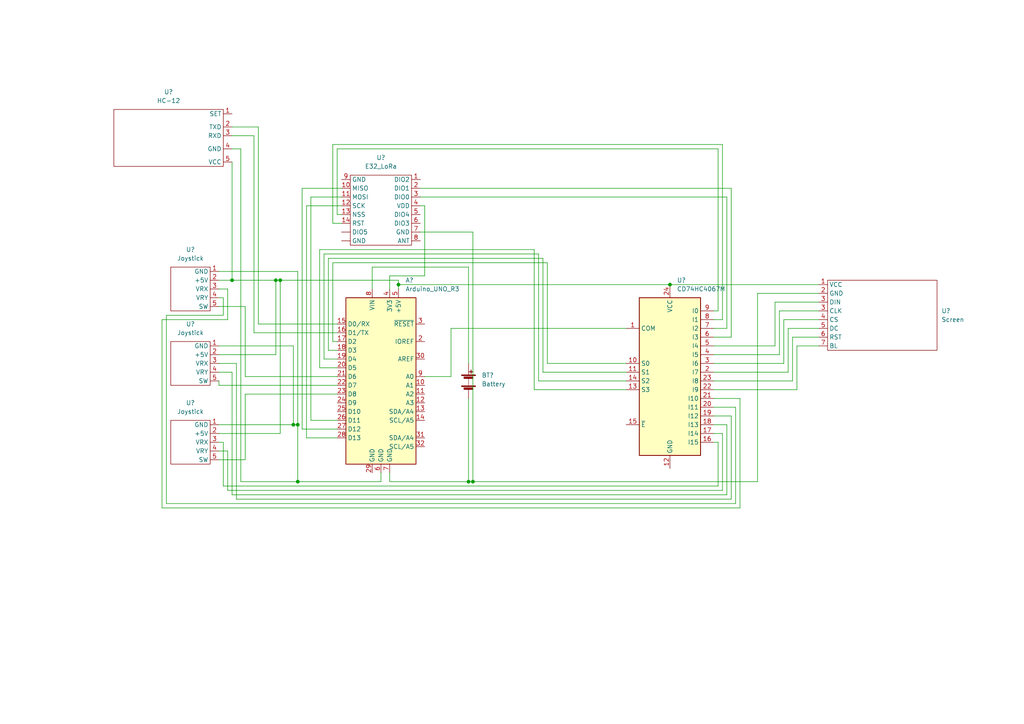
<source format=kicad_sch>
(kicad_sch (version 20211123) (generator eeschema)

  (uuid cda33494-dbec-420c-acf7-941c1375d78f)

  (paper "A4")

  (title_block
    (title "Controller")
    (date "2023-01-16")
  )

  (lib_symbols
    (symbol "74xx:CD74HC4067M" (in_bom yes) (on_board yes)
      (property "Reference" "U" (id 0) (at -8.89 22.86 0)
        (effects (font (size 1.27 1.27)) (justify left))
      )
      (property "Value" "CD74HC4067M" (id 1) (at 1.27 22.86 0)
        (effects (font (size 1.27 1.27)) (justify left))
      )
      (property "Footprint" "Package_SO:SOIC-24W_7.5x15.4mm_P1.27mm" (id 2) (at 22.86 -25.4 0)
        (effects (font (size 1.27 1.27) italic) hide)
      )
      (property "Datasheet" "http://www.ti.com/lit/ds/symlink/cd74hc4067.pdf" (id 3) (at -8.89 21.59 0)
        (effects (font (size 1.27 1.27)) hide)
      )
      (property "ki_keywords" "multiplexer demultiplexer mux demux" (id 4) (at 0 0 0)
        (effects (font (size 1.27 1.27)) hide)
      )
      (property "ki_description" "High-Speed CMOS Logic 16-Channel Analog Multiplexer/Demultiplexer, SOIC-24" (id 5) (at 0 0 0)
        (effects (font (size 1.27 1.27)) hide)
      )
      (property "ki_fp_filters" "SOIC*W*7.5x15.4mm*P1.27mm*" (id 6) (at 0 0 0)
        (effects (font (size 1.27 1.27)) hide)
      )
      (symbol "CD74HC4067M_0_1"
        (rectangle (start -8.89 21.59) (end 8.89 -24.13)
          (stroke (width 0.254) (type default) (color 0 0 0 0))
          (fill (type background))
        )
      )
      (symbol "CD74HC4067M_1_1"
        (pin passive line (at -12.7 12.7 0) (length 3.81)
          (name "COM" (effects (font (size 1.27 1.27))))
          (number "1" (effects (font (size 1.27 1.27))))
        )
        (pin input line (at -12.7 2.54 0) (length 3.81)
          (name "S0" (effects (font (size 1.27 1.27))))
          (number "10" (effects (font (size 1.27 1.27))))
        )
        (pin input line (at -12.7 0 0) (length 3.81)
          (name "S1" (effects (font (size 1.27 1.27))))
          (number "11" (effects (font (size 1.27 1.27))))
        )
        (pin power_in line (at 0 -27.94 90) (length 3.81)
          (name "GND" (effects (font (size 1.27 1.27))))
          (number "12" (effects (font (size 1.27 1.27))))
        )
        (pin input line (at -12.7 -5.08 0) (length 3.81)
          (name "S3" (effects (font (size 1.27 1.27))))
          (number "13" (effects (font (size 1.27 1.27))))
        )
        (pin input line (at -12.7 -2.54 0) (length 3.81)
          (name "S2" (effects (font (size 1.27 1.27))))
          (number "14" (effects (font (size 1.27 1.27))))
        )
        (pin input line (at -12.7 -15.24 0) (length 3.81)
          (name "~{E}" (effects (font (size 1.27 1.27))))
          (number "15" (effects (font (size 1.27 1.27))))
        )
        (pin passive line (at 12.7 -20.32 180) (length 3.81)
          (name "I15" (effects (font (size 1.27 1.27))))
          (number "16" (effects (font (size 1.27 1.27))))
        )
        (pin passive line (at 12.7 -17.78 180) (length 3.81)
          (name "I14" (effects (font (size 1.27 1.27))))
          (number "17" (effects (font (size 1.27 1.27))))
        )
        (pin passive line (at 12.7 -15.24 180) (length 3.81)
          (name "I13" (effects (font (size 1.27 1.27))))
          (number "18" (effects (font (size 1.27 1.27))))
        )
        (pin passive line (at 12.7 -12.7 180) (length 3.81)
          (name "I12" (effects (font (size 1.27 1.27))))
          (number "19" (effects (font (size 1.27 1.27))))
        )
        (pin passive line (at 12.7 0 180) (length 3.81)
          (name "I7" (effects (font (size 1.27 1.27))))
          (number "2" (effects (font (size 1.27 1.27))))
        )
        (pin passive line (at 12.7 -10.16 180) (length 3.81)
          (name "I11" (effects (font (size 1.27 1.27))))
          (number "20" (effects (font (size 1.27 1.27))))
        )
        (pin passive line (at 12.7 -7.62 180) (length 3.81)
          (name "I10" (effects (font (size 1.27 1.27))))
          (number "21" (effects (font (size 1.27 1.27))))
        )
        (pin passive line (at 12.7 -5.08 180) (length 3.81)
          (name "I9" (effects (font (size 1.27 1.27))))
          (number "22" (effects (font (size 1.27 1.27))))
        )
        (pin passive line (at 12.7 -2.54 180) (length 3.81)
          (name "I8" (effects (font (size 1.27 1.27))))
          (number "23" (effects (font (size 1.27 1.27))))
        )
        (pin power_in line (at 0 25.4 270) (length 3.81)
          (name "VCC" (effects (font (size 1.27 1.27))))
          (number "24" (effects (font (size 1.27 1.27))))
        )
        (pin passive line (at 12.7 2.54 180) (length 3.81)
          (name "I6" (effects (font (size 1.27 1.27))))
          (number "3" (effects (font (size 1.27 1.27))))
        )
        (pin passive line (at 12.7 5.08 180) (length 3.81)
          (name "I5" (effects (font (size 1.27 1.27))))
          (number "4" (effects (font (size 1.27 1.27))))
        )
        (pin passive line (at 12.7 7.62 180) (length 3.81)
          (name "I4" (effects (font (size 1.27 1.27))))
          (number "5" (effects (font (size 1.27 1.27))))
        )
        (pin passive line (at 12.7 10.16 180) (length 3.81)
          (name "I3" (effects (font (size 1.27 1.27))))
          (number "6" (effects (font (size 1.27 1.27))))
        )
        (pin passive line (at 12.7 12.7 180) (length 3.81)
          (name "I2" (effects (font (size 1.27 1.27))))
          (number "7" (effects (font (size 1.27 1.27))))
        )
        (pin passive line (at 12.7 15.24 180) (length 3.81)
          (name "I1" (effects (font (size 1.27 1.27))))
          (number "8" (effects (font (size 1.27 1.27))))
        )
        (pin passive line (at 12.7 17.78 180) (length 3.81)
          (name "I0" (effects (font (size 1.27 1.27))))
          (number "9" (effects (font (size 1.27 1.27))))
        )
      )
    )
    (symbol "Device:Battery" (pin_numbers hide) (pin_names (offset 0) hide) (in_bom yes) (on_board yes)
      (property "Reference" "BT" (id 0) (at 2.54 2.54 0)
        (effects (font (size 1.27 1.27)) (justify left))
      )
      (property "Value" "Battery" (id 1) (at 2.54 0 0)
        (effects (font (size 1.27 1.27)) (justify left))
      )
      (property "Footprint" "" (id 2) (at 0 1.524 90)
        (effects (font (size 1.27 1.27)) hide)
      )
      (property "Datasheet" "~" (id 3) (at 0 1.524 90)
        (effects (font (size 1.27 1.27)) hide)
      )
      (property "ki_keywords" "batt voltage-source cell" (id 4) (at 0 0 0)
        (effects (font (size 1.27 1.27)) hide)
      )
      (property "ki_description" "Multiple-cell battery" (id 5) (at 0 0 0)
        (effects (font (size 1.27 1.27)) hide)
      )
      (symbol "Battery_0_1"
        (rectangle (start -2.032 -1.397) (end 2.032 -1.651)
          (stroke (width 0) (type default) (color 0 0 0 0))
          (fill (type outline))
        )
        (rectangle (start -2.032 1.778) (end 2.032 1.524)
          (stroke (width 0) (type default) (color 0 0 0 0))
          (fill (type outline))
        )
        (rectangle (start -1.3208 -1.9812) (end 1.27 -2.4892)
          (stroke (width 0) (type default) (color 0 0 0 0))
          (fill (type outline))
        )
        (rectangle (start -1.3208 1.1938) (end 1.27 0.6858)
          (stroke (width 0) (type default) (color 0 0 0 0))
          (fill (type outline))
        )
        (polyline
          (pts
            (xy 0 -1.524)
            (xy 0 -1.27)
          )
          (stroke (width 0) (type default) (color 0 0 0 0))
          (fill (type none))
        )
        (polyline
          (pts
            (xy 0 -1.016)
            (xy 0 -0.762)
          )
          (stroke (width 0) (type default) (color 0 0 0 0))
          (fill (type none))
        )
        (polyline
          (pts
            (xy 0 -0.508)
            (xy 0 -0.254)
          )
          (stroke (width 0) (type default) (color 0 0 0 0))
          (fill (type none))
        )
        (polyline
          (pts
            (xy 0 0)
            (xy 0 0.254)
          )
          (stroke (width 0) (type default) (color 0 0 0 0))
          (fill (type none))
        )
        (polyline
          (pts
            (xy 0 0.508)
            (xy 0 0.762)
          )
          (stroke (width 0) (type default) (color 0 0 0 0))
          (fill (type none))
        )
        (polyline
          (pts
            (xy 0 1.778)
            (xy 0 2.54)
          )
          (stroke (width 0) (type default) (color 0 0 0 0))
          (fill (type none))
        )
        (polyline
          (pts
            (xy 0.254 2.667)
            (xy 1.27 2.667)
          )
          (stroke (width 0.254) (type default) (color 0 0 0 0))
          (fill (type none))
        )
        (polyline
          (pts
            (xy 0.762 3.175)
            (xy 0.762 2.159)
          )
          (stroke (width 0.254) (type default) (color 0 0 0 0))
          (fill (type none))
        )
      )
      (symbol "Battery_1_1"
        (pin passive line (at 0 5.08 270) (length 2.54)
          (name "+" (effects (font (size 1.27 1.27))))
          (number "1" (effects (font (size 1.27 1.27))))
        )
        (pin passive line (at 0 -5.08 90) (length 2.54)
          (name "-" (effects (font (size 1.27 1.27))))
          (number "2" (effects (font (size 1.27 1.27))))
        )
      )
    )
    (symbol "MCU_Module:Arduino_UNO_R3" (in_bom yes) (on_board yes)
      (property "Reference" "A" (id 0) (at -10.16 23.495 0)
        (effects (font (size 1.27 1.27)) (justify left bottom))
      )
      (property "Value" "Arduino_UNO_R3" (id 1) (at 5.08 -26.67 0)
        (effects (font (size 1.27 1.27)) (justify left top))
      )
      (property "Footprint" "Module:Arduino_UNO_R3" (id 2) (at 0 0 0)
        (effects (font (size 1.27 1.27) italic) hide)
      )
      (property "Datasheet" "https://www.arduino.cc/en/Main/arduinoBoardUno" (id 3) (at 0 0 0)
        (effects (font (size 1.27 1.27)) hide)
      )
      (property "ki_keywords" "Arduino UNO R3 Microcontroller Module Atmel AVR USB" (id 4) (at 0 0 0)
        (effects (font (size 1.27 1.27)) hide)
      )
      (property "ki_description" "Arduino UNO Microcontroller Module, release 3" (id 5) (at 0 0 0)
        (effects (font (size 1.27 1.27)) hide)
      )
      (property "ki_fp_filters" "Arduino*UNO*R3*" (id 6) (at 0 0 0)
        (effects (font (size 1.27 1.27)) hide)
      )
      (symbol "Arduino_UNO_R3_0_1"
        (rectangle (start -10.16 22.86) (end 10.16 -25.4)
          (stroke (width 0.254) (type default) (color 0 0 0 0))
          (fill (type background))
        )
      )
      (symbol "Arduino_UNO_R3_1_1"
        (pin no_connect line (at -10.16 -20.32 0) (length 2.54) hide
          (name "NC" (effects (font (size 1.27 1.27))))
          (number "1" (effects (font (size 1.27 1.27))))
        )
        (pin bidirectional line (at 12.7 -2.54 180) (length 2.54)
          (name "A1" (effects (font (size 1.27 1.27))))
          (number "10" (effects (font (size 1.27 1.27))))
        )
        (pin bidirectional line (at 12.7 -5.08 180) (length 2.54)
          (name "A2" (effects (font (size 1.27 1.27))))
          (number "11" (effects (font (size 1.27 1.27))))
        )
        (pin bidirectional line (at 12.7 -7.62 180) (length 2.54)
          (name "A3" (effects (font (size 1.27 1.27))))
          (number "12" (effects (font (size 1.27 1.27))))
        )
        (pin bidirectional line (at 12.7 -10.16 180) (length 2.54)
          (name "SDA/A4" (effects (font (size 1.27 1.27))))
          (number "13" (effects (font (size 1.27 1.27))))
        )
        (pin bidirectional line (at 12.7 -12.7 180) (length 2.54)
          (name "SCL/A5" (effects (font (size 1.27 1.27))))
          (number "14" (effects (font (size 1.27 1.27))))
        )
        (pin bidirectional line (at -12.7 15.24 0) (length 2.54)
          (name "D0/RX" (effects (font (size 1.27 1.27))))
          (number "15" (effects (font (size 1.27 1.27))))
        )
        (pin bidirectional line (at -12.7 12.7 0) (length 2.54)
          (name "D1/TX" (effects (font (size 1.27 1.27))))
          (number "16" (effects (font (size 1.27 1.27))))
        )
        (pin bidirectional line (at -12.7 10.16 0) (length 2.54)
          (name "D2" (effects (font (size 1.27 1.27))))
          (number "17" (effects (font (size 1.27 1.27))))
        )
        (pin bidirectional line (at -12.7 7.62 0) (length 2.54)
          (name "D3" (effects (font (size 1.27 1.27))))
          (number "18" (effects (font (size 1.27 1.27))))
        )
        (pin bidirectional line (at -12.7 5.08 0) (length 2.54)
          (name "D4" (effects (font (size 1.27 1.27))))
          (number "19" (effects (font (size 1.27 1.27))))
        )
        (pin output line (at 12.7 10.16 180) (length 2.54)
          (name "IOREF" (effects (font (size 1.27 1.27))))
          (number "2" (effects (font (size 1.27 1.27))))
        )
        (pin bidirectional line (at -12.7 2.54 0) (length 2.54)
          (name "D5" (effects (font (size 1.27 1.27))))
          (number "20" (effects (font (size 1.27 1.27))))
        )
        (pin bidirectional line (at -12.7 0 0) (length 2.54)
          (name "D6" (effects (font (size 1.27 1.27))))
          (number "21" (effects (font (size 1.27 1.27))))
        )
        (pin bidirectional line (at -12.7 -2.54 0) (length 2.54)
          (name "D7" (effects (font (size 1.27 1.27))))
          (number "22" (effects (font (size 1.27 1.27))))
        )
        (pin bidirectional line (at -12.7 -5.08 0) (length 2.54)
          (name "D8" (effects (font (size 1.27 1.27))))
          (number "23" (effects (font (size 1.27 1.27))))
        )
        (pin bidirectional line (at -12.7 -7.62 0) (length 2.54)
          (name "D9" (effects (font (size 1.27 1.27))))
          (number "24" (effects (font (size 1.27 1.27))))
        )
        (pin bidirectional line (at -12.7 -10.16 0) (length 2.54)
          (name "D10" (effects (font (size 1.27 1.27))))
          (number "25" (effects (font (size 1.27 1.27))))
        )
        (pin bidirectional line (at -12.7 -12.7 0) (length 2.54)
          (name "D11" (effects (font (size 1.27 1.27))))
          (number "26" (effects (font (size 1.27 1.27))))
        )
        (pin bidirectional line (at -12.7 -15.24 0) (length 2.54)
          (name "D12" (effects (font (size 1.27 1.27))))
          (number "27" (effects (font (size 1.27 1.27))))
        )
        (pin bidirectional line (at -12.7 -17.78 0) (length 2.54)
          (name "D13" (effects (font (size 1.27 1.27))))
          (number "28" (effects (font (size 1.27 1.27))))
        )
        (pin power_in line (at -2.54 -27.94 90) (length 2.54)
          (name "GND" (effects (font (size 1.27 1.27))))
          (number "29" (effects (font (size 1.27 1.27))))
        )
        (pin input line (at 12.7 15.24 180) (length 2.54)
          (name "~{RESET}" (effects (font (size 1.27 1.27))))
          (number "3" (effects (font (size 1.27 1.27))))
        )
        (pin input line (at 12.7 5.08 180) (length 2.54)
          (name "AREF" (effects (font (size 1.27 1.27))))
          (number "30" (effects (font (size 1.27 1.27))))
        )
        (pin bidirectional line (at 12.7 -17.78 180) (length 2.54)
          (name "SDA/A4" (effects (font (size 1.27 1.27))))
          (number "31" (effects (font (size 1.27 1.27))))
        )
        (pin bidirectional line (at 12.7 -20.32 180) (length 2.54)
          (name "SCL/A5" (effects (font (size 1.27 1.27))))
          (number "32" (effects (font (size 1.27 1.27))))
        )
        (pin power_out line (at 2.54 25.4 270) (length 2.54)
          (name "3V3" (effects (font (size 1.27 1.27))))
          (number "4" (effects (font (size 1.27 1.27))))
        )
        (pin power_out line (at 5.08 25.4 270) (length 2.54)
          (name "+5V" (effects (font (size 1.27 1.27))))
          (number "5" (effects (font (size 1.27 1.27))))
        )
        (pin power_in line (at 0 -27.94 90) (length 2.54)
          (name "GND" (effects (font (size 1.27 1.27))))
          (number "6" (effects (font (size 1.27 1.27))))
        )
        (pin power_in line (at 2.54 -27.94 90) (length 2.54)
          (name "GND" (effects (font (size 1.27 1.27))))
          (number "7" (effects (font (size 1.27 1.27))))
        )
        (pin power_in line (at -2.54 25.4 270) (length 2.54)
          (name "VIN" (effects (font (size 1.27 1.27))))
          (number "8" (effects (font (size 1.27 1.27))))
        )
        (pin bidirectional line (at 12.7 0 180) (length 2.54)
          (name "A0" (effects (font (size 1.27 1.27))))
          (number "9" (effects (font (size 1.27 1.27))))
        )
      )
    )
    (symbol "New_Library:E32_LoRa" (in_bom yes) (on_board yes)
      (property "Reference" "U" (id 0) (at 0 12.7 0)
        (effects (font (size 1.27 1.27)))
      )
      (property "Value" "E32_LoRa" (id 1) (at 0 10.16 0)
        (effects (font (size 1.27 1.27)))
      )
      (property "Footprint" "" (id 2) (at 0 12.7 0)
        (effects (font (size 1.27 1.27)) hide)
      )
      (property "Datasheet" "" (id 3) (at 0 12.7 0)
        (effects (font (size 1.27 1.27)) hide)
      )
      (symbol "E32_LoRa_0_1"
        (rectangle (start -8.89 7.62) (end 8.89 -12.7)
          (stroke (width 0) (type default) (color 0 0 0 0))
          (fill (type none))
        )
      )
      (symbol "E32_LoRa_1_1"
        (pin input line (at 11.43 -8.89 180) (length 2.54)
          (name "DIO5" (effects (font (size 1.27 1.27))))
          (number "" (effects (font (size 1.27 1.27))))
        )
        (pin input line (at 11.43 -11.43 180) (length 2.54)
          (name "GND" (effects (font (size 1.27 1.27))))
          (number "" (effects (font (size 1.27 1.27))))
        )
        (pin input line (at -11.43 6.35 0) (length 2.54)
          (name "DIO2" (effects (font (size 1.27 1.27))))
          (number "1" (effects (font (size 1.27 1.27))))
        )
        (pin input line (at 11.43 3.81 180) (length 2.54)
          (name "MISO" (effects (font (size 1.27 1.27))))
          (number "10" (effects (font (size 1.27 1.27))))
        )
        (pin input line (at 11.43 1.27 180) (length 2.54)
          (name "MOSI" (effects (font (size 1.27 1.27))))
          (number "11" (effects (font (size 1.27 1.27))))
        )
        (pin input line (at 11.43 -1.27 180) (length 2.54)
          (name "SCK" (effects (font (size 1.27 1.27))))
          (number "12" (effects (font (size 1.27 1.27))))
        )
        (pin input line (at 11.43 -3.81 180) (length 2.54)
          (name "NSS" (effects (font (size 1.27 1.27))))
          (number "13" (effects (font (size 1.27 1.27))))
        )
        (pin input line (at 11.43 -6.35 180) (length 2.54)
          (name "RST" (effects (font (size 1.27 1.27))))
          (number "14" (effects (font (size 1.27 1.27))))
        )
        (pin input line (at -11.43 3.81 0) (length 2.54)
          (name "DIO1" (effects (font (size 1.27 1.27))))
          (number "2" (effects (font (size 1.27 1.27))))
        )
        (pin input line (at -11.43 1.27 0) (length 2.54)
          (name "DIO0" (effects (font (size 1.27 1.27))))
          (number "3" (effects (font (size 1.27 1.27))))
        )
        (pin input line (at -11.43 -1.27 0) (length 2.54)
          (name "VDD" (effects (font (size 1.27 1.27))))
          (number "4" (effects (font (size 1.27 1.27))))
        )
        (pin input line (at -11.43 -3.81 0) (length 2.54)
          (name "DIO4" (effects (font (size 1.27 1.27))))
          (number "5" (effects (font (size 1.27 1.27))))
        )
        (pin input line (at -11.43 -6.35 0) (length 2.54)
          (name "DIO3" (effects (font (size 1.27 1.27))))
          (number "6" (effects (font (size 1.27 1.27))))
        )
        (pin input line (at -11.43 -8.89 0) (length 2.54)
          (name "GND" (effects (font (size 1.27 1.27))))
          (number "7" (effects (font (size 1.27 1.27))))
        )
        (pin input line (at -11.43 -11.43 0) (length 2.54)
          (name "ANT" (effects (font (size 1.27 1.27))))
          (number "8" (effects (font (size 1.27 1.27))))
        )
        (pin input line (at 11.43 6.35 180) (length 2.54)
          (name "GND" (effects (font (size 1.27 1.27))))
          (number "9" (effects (font (size 1.27 1.27))))
        )
      )
    )
    (symbol "New_Library:HC-12" (in_bom yes) (on_board yes)
      (property "Reference" "U?" (id 0) (at 16.51 1.9051 0)
        (effects (font (size 1.27 1.27)) (justify left))
      )
      (property "Value" "HC-12" (id 1) (at 16.51 -0.6349 0)
        (effects (font (size 1.27 1.27)) (justify left))
      )
      (property "Footprint" "" (id 2) (at 0 0 0)
        (effects (font (size 1.27 1.27)) hide)
      )
      (property "Datasheet" "" (id 3) (at 0 0 0)
        (effects (font (size 1.27 1.27)) hide)
      )
      (symbol "HC-12_0_1"
        (rectangle (start -16.51 8.89) (end 15.24 -7.62)
          (stroke (width 0) (type default) (color 0 0 0 0))
          (fill (type none))
        )
      )
      (symbol "HC-12_1_1"
        (pin input line (at -19.05 7.62 0) (length 2.54)
          (name "SET" (effects (font (size 1.27 1.27))))
          (number "1" (effects (font (size 1.27 1.27))))
        )
        (pin input line (at -19.05 3.81 0) (length 2.54)
          (name "TXD" (effects (font (size 1.27 1.27))))
          (number "2" (effects (font (size 1.27 1.27))))
        )
        (pin input line (at -19.05 1.27 0) (length 2.54)
          (name "RXD" (effects (font (size 1.27 1.27))))
          (number "3" (effects (font (size 1.27 1.27))))
        )
        (pin input line (at -19.05 -2.54 0) (length 2.54)
          (name "GND" (effects (font (size 1.27 1.27))))
          (number "4" (effects (font (size 1.27 1.27))))
        )
        (pin input line (at -19.05 -6.35 0) (length 2.54)
          (name "VCC" (effects (font (size 1.27 1.27))))
          (number "5" (effects (font (size 1.27 1.27))))
        )
      )
    )
    (symbol "New_Library:Joystick" (in_bom yes) (on_board yes)
      (property "Reference" "U" (id 0) (at 0 8.89 0)
        (effects (font (size 1.27 1.27)))
      )
      (property "Value" "Joystick" (id 1) (at 0 6.35 0)
        (effects (font (size 1.27 1.27)))
      )
      (property "Footprint" "" (id 2) (at 0 1.27 0)
        (effects (font (size 1.27 1.27)) hide)
      )
      (property "Datasheet" "" (id 3) (at 0 1.27 0)
        (effects (font (size 1.27 1.27)) hide)
      )
      (symbol "Joystick_0_1"
        (rectangle (start -5.08 3.81) (end 6.35 -8.89)
          (stroke (width 0) (type default) (color 0 0 0 0))
          (fill (type none))
        )
      )
      (symbol "Joystick_1_1"
        (pin input line (at -7.62 2.54 0) (length 2.54)
          (name "GND" (effects (font (size 1.27 1.27))))
          (number "1" (effects (font (size 1.27 1.27))))
        )
        (pin input line (at -7.62 0 0) (length 2.54)
          (name "+5V" (effects (font (size 1.27 1.27))))
          (number "2" (effects (font (size 1.27 1.27))))
        )
        (pin input line (at -7.62 -2.54 0) (length 2.54)
          (name "VRX" (effects (font (size 1.27 1.27))))
          (number "3" (effects (font (size 1.27 1.27))))
        )
        (pin input line (at -7.62 -5.08 0) (length 2.54)
          (name "VRY" (effects (font (size 1.27 1.27))))
          (number "4" (effects (font (size 1.27 1.27))))
        )
        (pin input line (at -7.62 -7.62 0) (length 2.54)
          (name "SW" (effects (font (size 1.27 1.27))))
          (number "5" (effects (font (size 1.27 1.27))))
        )
      )
    )
    (symbol "Screen_1" (in_bom yes) (on_board yes)
      (property "Reference" "U" (id 0) (at 0 7.62 0)
        (effects (font (size 1.27 1.27)))
      )
      (property "Value" "Screen_1" (id 1) (at 0 5.08 0)
        (effects (font (size 1.27 1.27)))
      )
      (property "Footprint" "" (id 2) (at 0 7.62 0)
        (effects (font (size 1.27 1.27)) hide)
      )
      (property "Datasheet" "" (id 3) (at 0 7.62 0)
        (effects (font (size 1.27 1.27)) hide)
      )
      (symbol "Screen_1_0_1"
        (rectangle (start -11.43 3.81) (end 20.32 -16.51)
          (stroke (width 0) (type default) (color 0 0 0 0))
          (fill (type none))
        )
      )
      (symbol "Screen_1_1_1"
        (pin input line (at -13.97 2.54 0) (length 2.54)
          (name "VCC" (effects (font (size 1.27 1.27))))
          (number "1" (effects (font (size 1.27 1.27))))
        )
        (pin input line (at -13.97 0 0) (length 2.54)
          (name "GND" (effects (font (size 1.27 1.27))))
          (number "2" (effects (font (size 1.27 1.27))))
        )
        (pin input line (at -13.97 -5.08 0) (length 2.54)
          (name "CLK" (effects (font (size 1.27 1.27))))
          (number "3" (effects (font (size 1.27 1.27))))
        )
        (pin input line (at -13.97 -2.54 0) (length 2.54)
          (name "DIN" (effects (font (size 1.27 1.27))))
          (number "3" (effects (font (size 1.27 1.27))))
        )
        (pin input line (at -13.97 -7.62 0) (length 2.54)
          (name "CS" (effects (font (size 1.27 1.27))))
          (number "4" (effects (font (size 1.27 1.27))))
        )
        (pin input line (at -13.97 -10.16 0) (length 2.54)
          (name "DC" (effects (font (size 1.27 1.27))))
          (number "5" (effects (font (size 1.27 1.27))))
        )
        (pin input line (at -13.97 -12.7 0) (length 2.54)
          (name "RST" (effects (font (size 1.27 1.27))))
          (number "6" (effects (font (size 1.27 1.27))))
        )
        (pin input line (at -13.97 -15.24 0) (length 2.54)
          (name "BL" (effects (font (size 1.27 1.27))))
          (number "7" (effects (font (size 1.27 1.27))))
        )
      )
    )
  )

  (junction (at 137.16 139.7) (diameter 0) (color 0 0 0 0)
    (uuid 0380bba4-7839-4e60-bd20-0d10205b56d0)
  )
  (junction (at 85.09 123.19) (diameter 0) (color 0 0 0 0)
    (uuid 1526621b-8708-45a5-a5a7-b85385b02f20)
  )
  (junction (at 86.36 139.7) (diameter 0) (color 0 0 0 0)
    (uuid 28c6bb01-4f1e-4b56-ade5-562ee44379f2)
  )
  (junction (at 80.01 81.28) (diameter 0) (color 0 0 0 0)
    (uuid 51eeae7a-197e-4312-ae46-b9e7d2bae189)
  )
  (junction (at 67.31 81.28) (diameter 0) (color 0 0 0 0)
    (uuid 795b26d4-f62a-474d-9123-d583f499f6d5)
  )
  (junction (at 81.28 81.28) (diameter 0) (color 0 0 0 0)
    (uuid 93a3cf7e-aac2-47f0-9c21-a8c3812660c2)
  )
  (junction (at 86.36 123.19) (diameter 0) (color 0 0 0 0)
    (uuid a5166de1-def6-4505-b44a-5c4c1990efdd)
  )
  (junction (at 135.89 139.7) (diameter 0) (color 0 0 0 0)
    (uuid aa23eefe-7f9c-452a-93f2-5a92c487faed)
  )
  (junction (at 115.57 82.55) (diameter 0) (color 0 0 0 0)
    (uuid b0a1f4e6-cd58-40ac-a7cb-547ced429582)
  )
  (junction (at 194.31 82.55) (diameter 0) (color 0 0 0 0)
    (uuid e47a4aa3-ab00-429f-9f3b-2254e71bfdc5)
  )

  (wire (pts (xy 99.06 62.23) (xy 97.79 62.23))
    (stroke (width 0) (type default) (color 0 0 0 0))
    (uuid 01c758b7-28ad-44fd-a320-24b00763e8be)
  )
  (wire (pts (xy 63.5 128.27) (xy 64.77 128.27))
    (stroke (width 0) (type default) (color 0 0 0 0))
    (uuid 034b2e48-4924-476d-a8a0-04569c8b9f0d)
  )
  (wire (pts (xy 158.75 76.2) (xy 96.52 76.2))
    (stroke (width 0) (type default) (color 0 0 0 0))
    (uuid 05fed0ca-4655-4b18-82d2-0af31bcb5718)
  )
  (wire (pts (xy 63.5 88.9) (xy 71.12 88.9))
    (stroke (width 0) (type default) (color 0 0 0 0))
    (uuid 08a911f0-1105-407d-abd4-cd4198df28f3)
  )
  (wire (pts (xy 71.12 109.22) (xy 97.79 109.22))
    (stroke (width 0) (type default) (color 0 0 0 0))
    (uuid 09a937b1-e593-4bbc-9721-beabbb780417)
  )
  (wire (pts (xy 95.25 74.93) (xy 95.25 101.6))
    (stroke (width 0) (type default) (color 0 0 0 0))
    (uuid 09cdf018-a96d-4942-ac0f-d776cac9195d)
  )
  (wire (pts (xy 208.28 128.27) (xy 207.01 128.27))
    (stroke (width 0) (type default) (color 0 0 0 0))
    (uuid 0b83becb-b748-4097-b728-bd81915d503b)
  )
  (wire (pts (xy 208.28 140.97) (xy 208.28 128.27))
    (stroke (width 0) (type default) (color 0 0 0 0))
    (uuid 0b968dca-91b8-4f2c-8a5c-5d741b22a024)
  )
  (wire (pts (xy 48.26 91.44) (xy 48.26 146.05))
    (stroke (width 0) (type default) (color 0 0 0 0))
    (uuid 0d02aab7-d28a-41f0-9001-74ce03af93bd)
  )
  (wire (pts (xy 210.82 95.25) (xy 207.01 95.25))
    (stroke (width 0) (type default) (color 0 0 0 0))
    (uuid 0d8fc7e6-4079-4f3b-9687-575c9c2024f5)
  )
  (wire (pts (xy 130.81 95.25) (xy 130.81 109.22))
    (stroke (width 0) (type default) (color 0 0 0 0))
    (uuid 0d989567-e400-41a5-8ab8-04a89bbeb3ea)
  )
  (wire (pts (xy 68.58 144.78) (xy 212.09 144.78))
    (stroke (width 0) (type default) (color 0 0 0 0))
    (uuid 0dc280b0-2e76-4a89-acd1-ab6a5c5d677e)
  )
  (wire (pts (xy 135.89 77.47) (xy 107.95 77.47))
    (stroke (width 0) (type default) (color 0 0 0 0))
    (uuid 11429e6a-81e4-4708-beb7-a4136e20fff9)
  )
  (wire (pts (xy 64.77 128.27) (xy 64.77 140.97))
    (stroke (width 0) (type default) (color 0 0 0 0))
    (uuid 126fde5f-f23a-48c3-a676-0bccdd4760e7)
  )
  (wire (pts (xy 210.82 123.19) (xy 207.01 123.19))
    (stroke (width 0) (type default) (color 0 0 0 0))
    (uuid 13146bb7-1929-41b4-bb39-13f2406054c8)
  )
  (wire (pts (xy 88.9 59.69) (xy 88.9 127))
    (stroke (width 0) (type default) (color 0 0 0 0))
    (uuid 1505a1be-6c98-4ceb-acf0-50e9e2cf8430)
  )
  (wire (pts (xy 237.49 87.63) (xy 224.79 87.63))
    (stroke (width 0) (type default) (color 0 0 0 0))
    (uuid 154b1dc9-25b2-4da6-816f-92680ff16cfd)
  )
  (wire (pts (xy 46.99 147.32) (xy 214.63 147.32))
    (stroke (width 0) (type default) (color 0 0 0 0))
    (uuid 17d6517c-4696-42b4-8b50-165ca993b066)
  )
  (wire (pts (xy 224.79 100.33) (xy 207.01 100.33))
    (stroke (width 0) (type default) (color 0 0 0 0))
    (uuid 198b9d28-e4f3-47fc-8ded-42b7576c2555)
  )
  (wire (pts (xy 67.31 43.18) (xy 69.85 43.18))
    (stroke (width 0) (type default) (color 0 0 0 0))
    (uuid 1c9bf392-411d-49ca-b8cd-b08f34cb15f4)
  )
  (wire (pts (xy 231.14 113.03) (xy 207.01 113.03))
    (stroke (width 0) (type default) (color 0 0 0 0))
    (uuid 1cb65109-56cc-4864-9648-8c44bdaaffa3)
  )
  (wire (pts (xy 71.12 133.35) (xy 71.12 114.3))
    (stroke (width 0) (type default) (color 0 0 0 0))
    (uuid 1d71ab2b-ba3f-488d-a93c-67d2c95c2ff1)
  )
  (wire (pts (xy 90.17 121.92) (xy 97.79 121.92))
    (stroke (width 0) (type default) (color 0 0 0 0))
    (uuid 1dd9700c-dbd7-4da2-8bbc-d1651c717f3f)
  )
  (wire (pts (xy 219.71 85.09) (xy 219.71 139.7))
    (stroke (width 0) (type default) (color 0 0 0 0))
    (uuid 1f3a9fc5-7fb4-453c-8f84-f85ee9c2ca3a)
  )
  (wire (pts (xy 68.58 105.41) (xy 68.58 144.78))
    (stroke (width 0) (type default) (color 0 0 0 0))
    (uuid 1f474b44-0620-4cd7-9268-1bfe7e40aef9)
  )
  (wire (pts (xy 74.93 36.83) (xy 74.93 93.98))
    (stroke (width 0) (type default) (color 0 0 0 0))
    (uuid 21fd11a6-c714-4b02-b4ed-eedbd242ffcf)
  )
  (wire (pts (xy 213.36 118.11) (xy 207.01 118.11))
    (stroke (width 0) (type default) (color 0 0 0 0))
    (uuid 22664063-270e-4fd2-89dc-af99266f8e77)
  )
  (wire (pts (xy 96.52 99.06) (xy 97.79 99.06))
    (stroke (width 0) (type default) (color 0 0 0 0))
    (uuid 22ca1727-2e40-4ab9-80fe-b4710220b79b)
  )
  (wire (pts (xy 88.9 59.69) (xy 99.06 59.69))
    (stroke (width 0) (type default) (color 0 0 0 0))
    (uuid 2380a8d6-c89e-4654-a6c3-25ffbe0f1c3a)
  )
  (wire (pts (xy 73.66 39.37) (xy 73.66 96.52))
    (stroke (width 0) (type default) (color 0 0 0 0))
    (uuid 242c3083-25b4-4d78-b807-dc7bfa7b225d)
  )
  (wire (pts (xy 48.26 146.05) (xy 213.36 146.05))
    (stroke (width 0) (type default) (color 0 0 0 0))
    (uuid 243e697d-885c-4105-89b2-df8ea101d314)
  )
  (wire (pts (xy 210.82 57.15) (xy 210.82 95.25))
    (stroke (width 0) (type default) (color 0 0 0 0))
    (uuid 26549557-b514-443c-ba08-08e8d4784a92)
  )
  (wire (pts (xy 95.25 101.6) (xy 97.79 101.6))
    (stroke (width 0) (type default) (color 0 0 0 0))
    (uuid 26deccb6-9161-41a0-9ae8-115e085ab253)
  )
  (wire (pts (xy 226.06 102.87) (xy 207.01 102.87))
    (stroke (width 0) (type default) (color 0 0 0 0))
    (uuid 27392080-dcc4-4f60-b96b-2d8331808146)
  )
  (wire (pts (xy 154.94 113.03) (xy 154.94 72.39))
    (stroke (width 0) (type default) (color 0 0 0 0))
    (uuid 2945021d-d202-4c0c-b3e5-65b478fd498c)
  )
  (wire (pts (xy 154.94 72.39) (xy 92.71 72.39))
    (stroke (width 0) (type default) (color 0 0 0 0))
    (uuid 2ca1afac-d77d-4746-b3e3-ed7ee6ef31d7)
  )
  (wire (pts (xy 96.52 76.2) (xy 96.52 99.06))
    (stroke (width 0) (type default) (color 0 0 0 0))
    (uuid 2e67f3b1-3f4d-4810-bd78-12c7200d0354)
  )
  (wire (pts (xy 115.57 82.55) (xy 115.57 83.82))
    (stroke (width 0) (type default) (color 0 0 0 0))
    (uuid 2fc4cf8b-2064-4fb8-a0f1-8faf8dc154d9)
  )
  (wire (pts (xy 229.87 110.49) (xy 207.01 110.49))
    (stroke (width 0) (type default) (color 0 0 0 0))
    (uuid 321dcfdf-d42e-45da-b4e2-b326e5ddfa1d)
  )
  (wire (pts (xy 63.5 133.35) (xy 71.12 133.35))
    (stroke (width 0) (type default) (color 0 0 0 0))
    (uuid 3293f141-241d-42c8-99b9-25fcebdf144d)
  )
  (wire (pts (xy 137.16 139.7) (xy 219.71 139.7))
    (stroke (width 0) (type default) (color 0 0 0 0))
    (uuid 34390e89-a0d9-40af-a58c-f7b08cdbcc66)
  )
  (wire (pts (xy 87.63 54.61) (xy 99.06 54.61))
    (stroke (width 0) (type default) (color 0 0 0 0))
    (uuid 347b5676-7dab-452e-81b9-4898938ae56f)
  )
  (wire (pts (xy 212.09 120.65) (xy 207.01 120.65))
    (stroke (width 0) (type default) (color 0 0 0 0))
    (uuid 3512c3be-73ba-4b50-9b57-ce330233cf2e)
  )
  (wire (pts (xy 237.49 90.17) (xy 226.06 90.17))
    (stroke (width 0) (type default) (color 0 0 0 0))
    (uuid 35357916-49f2-4066-ad2d-272606c22116)
  )
  (wire (pts (xy 212.09 54.61) (xy 212.09 97.79))
    (stroke (width 0) (type default) (color 0 0 0 0))
    (uuid 37920e90-1a60-40fd-867e-eb27ce7d6ca0)
  )
  (wire (pts (xy 67.31 107.95) (xy 67.31 143.51))
    (stroke (width 0) (type default) (color 0 0 0 0))
    (uuid 37dec887-7293-4dff-b77e-59092f6adbe7)
  )
  (wire (pts (xy 157.48 74.93) (xy 95.25 74.93))
    (stroke (width 0) (type default) (color 0 0 0 0))
    (uuid 3a232377-1708-477c-814e-474489c44ff3)
  )
  (wire (pts (xy 208.28 43.18) (xy 208.28 90.17))
    (stroke (width 0) (type default) (color 0 0 0 0))
    (uuid 3ae6aa58-c82f-45d7-a2dc-454460ad34be)
  )
  (wire (pts (xy 67.31 36.83) (xy 74.93 36.83))
    (stroke (width 0) (type default) (color 0 0 0 0))
    (uuid 3b00fd8e-a808-4754-b710-3018a6d398c0)
  )
  (wire (pts (xy 227.33 92.71) (xy 227.33 105.41))
    (stroke (width 0) (type default) (color 0 0 0 0))
    (uuid 3d4af567-c1fa-4b9f-90a8-38648e909c6b)
  )
  (wire (pts (xy 93.98 73.66) (xy 93.98 104.14))
    (stroke (width 0) (type default) (color 0 0 0 0))
    (uuid 3d711864-444f-4084-b978-56bcb7002880)
  )
  (wire (pts (xy 194.31 82.55) (xy 237.49 82.55))
    (stroke (width 0) (type default) (color 0 0 0 0))
    (uuid 3d992bc8-289b-433d-a38e-df55bd2f5534)
  )
  (wire (pts (xy 67.31 81.28) (xy 80.01 81.28))
    (stroke (width 0) (type default) (color 0 0 0 0))
    (uuid 3f1c8773-91ff-45b5-a539-c2da84c4194f)
  )
  (wire (pts (xy 63.5 107.95) (xy 67.31 107.95))
    (stroke (width 0) (type default) (color 0 0 0 0))
    (uuid 4025b82a-04d3-4f91-9cac-451c697fc9c2)
  )
  (wire (pts (xy 86.36 78.74) (xy 86.36 123.19))
    (stroke (width 0) (type default) (color 0 0 0 0))
    (uuid 4512cdcf-67f2-43ad-aef4-1039f4394847)
  )
  (wire (pts (xy 210.82 143.51) (xy 210.82 123.19))
    (stroke (width 0) (type default) (color 0 0 0 0))
    (uuid 4bedbe5c-e4cf-4f3f-a581-c8d6b4eda90a)
  )
  (wire (pts (xy 229.87 97.79) (xy 229.87 110.49))
    (stroke (width 0) (type default) (color 0 0 0 0))
    (uuid 4c1ed419-81dc-4cee-8d09-d9e39729f1db)
  )
  (wire (pts (xy 181.61 107.95) (xy 157.48 107.95))
    (stroke (width 0) (type default) (color 0 0 0 0))
    (uuid 4c76297e-4ddd-47e7-98d1-38e8eb2b44ae)
  )
  (wire (pts (xy 97.79 62.23) (xy 97.79 43.18))
    (stroke (width 0) (type default) (color 0 0 0 0))
    (uuid 521d4b49-ea12-49e0-9e15-20f55aa0d346)
  )
  (wire (pts (xy 97.79 43.18) (xy 208.28 43.18))
    (stroke (width 0) (type default) (color 0 0 0 0))
    (uuid 528a7a09-5f5c-46aa-8802-fca4e9dc4c13)
  )
  (wire (pts (xy 231.14 100.33) (xy 231.14 113.03))
    (stroke (width 0) (type default) (color 0 0 0 0))
    (uuid 53dc5bed-5a66-4129-be0c-c8d1a011d4f3)
  )
  (wire (pts (xy 46.99 92.71) (xy 46.99 147.32))
    (stroke (width 0) (type default) (color 0 0 0 0))
    (uuid 55652626-92d8-4057-a3e0-225f286f9cdd)
  )
  (wire (pts (xy 67.31 143.51) (xy 210.82 143.51))
    (stroke (width 0) (type default) (color 0 0 0 0))
    (uuid 560bf734-f647-474c-8660-6e0eb33fe135)
  )
  (wire (pts (xy 226.06 90.17) (xy 226.06 102.87))
    (stroke (width 0) (type default) (color 0 0 0 0))
    (uuid 56aa123b-817d-4a0c-b5ac-c98ae5ca84e1)
  )
  (wire (pts (xy 63.5 78.74) (xy 86.36 78.74))
    (stroke (width 0) (type default) (color 0 0 0 0))
    (uuid 57338861-c039-4d93-9b77-ee5cc207c811)
  )
  (wire (pts (xy 81.28 125.73) (xy 81.28 81.28))
    (stroke (width 0) (type default) (color 0 0 0 0))
    (uuid 5734e165-2a10-4f9a-b7b0-1e4dc883557e)
  )
  (wire (pts (xy 237.49 97.79) (xy 229.87 97.79))
    (stroke (width 0) (type default) (color 0 0 0 0))
    (uuid 575c5a2d-e1a2-4585-99e7-8af72ee5ae58)
  )
  (wire (pts (xy 228.6 107.95) (xy 207.01 107.95))
    (stroke (width 0) (type default) (color 0 0 0 0))
    (uuid 57c37016-2fda-43b2-8123-3933ffd27ea2)
  )
  (wire (pts (xy 107.95 77.47) (xy 107.95 83.82))
    (stroke (width 0) (type default) (color 0 0 0 0))
    (uuid 5842f230-44bb-4c98-ab01-daffabbb5630)
  )
  (wire (pts (xy 63.5 86.36) (xy 64.77 86.36))
    (stroke (width 0) (type default) (color 0 0 0 0))
    (uuid 59b436d9-017c-4b59-8b89-9120bf632900)
  )
  (wire (pts (xy 121.92 54.61) (xy 212.09 54.61))
    (stroke (width 0) (type default) (color 0 0 0 0))
    (uuid 59fd930f-6fa8-4f44-9c89-881a820bbc68)
  )
  (wire (pts (xy 135.89 115.57) (xy 135.89 139.7))
    (stroke (width 0) (type default) (color 0 0 0 0))
    (uuid 5a505a69-360a-4af9-94f1-cdc4aaaf04c6)
  )
  (wire (pts (xy 96.52 64.77) (xy 96.52 41.91))
    (stroke (width 0) (type default) (color 0 0 0 0))
    (uuid 5a6a20b4-bd17-4431-afe1-cc132a6dd17e)
  )
  (wire (pts (xy 67.31 46.99) (xy 67.31 81.28))
    (stroke (width 0) (type default) (color 0 0 0 0))
    (uuid 5e578e5d-ff6b-41cf-bc38-09fbc8ac34bd)
  )
  (wire (pts (xy 99.06 57.15) (xy 90.17 57.15))
    (stroke (width 0) (type default) (color 0 0 0 0))
    (uuid 683e9911-29be-4870-b05f-e35b14b31413)
  )
  (wire (pts (xy 209.55 41.91) (xy 209.55 92.71))
    (stroke (width 0) (type default) (color 0 0 0 0))
    (uuid 6936ab39-498b-43d7-a418-5d7e38f0b911)
  )
  (wire (pts (xy 92.71 72.39) (xy 92.71 106.68))
    (stroke (width 0) (type default) (color 0 0 0 0))
    (uuid 6cb3d395-4e6f-4281-8fe1-14482c46cbfe)
  )
  (wire (pts (xy 99.06 64.77) (xy 96.52 64.77))
    (stroke (width 0) (type default) (color 0 0 0 0))
    (uuid 6d4026ea-9108-46b7-aebd-f1fd4165c0c2)
  )
  (wire (pts (xy 86.36 123.19) (xy 86.36 139.7))
    (stroke (width 0) (type default) (color 0 0 0 0))
    (uuid 6ed9b970-ef23-4d97-8b65-ed8402694455)
  )
  (wire (pts (xy 88.9 127) (xy 97.79 127))
    (stroke (width 0) (type default) (color 0 0 0 0))
    (uuid 6f2fffec-cd5d-4bd7-a9ab-8004a93d88c5)
  )
  (wire (pts (xy 85.09 123.19) (xy 86.36 123.19))
    (stroke (width 0) (type default) (color 0 0 0 0))
    (uuid 7047e18c-4ac8-443c-8332-b5f718b2ea93)
  )
  (wire (pts (xy 209.55 142.24) (xy 209.55 125.73))
    (stroke (width 0) (type default) (color 0 0 0 0))
    (uuid 721ac79d-0ec4-4312-8a6e-91b9267d4518)
  )
  (wire (pts (xy 90.17 57.15) (xy 90.17 121.92))
    (stroke (width 0) (type default) (color 0 0 0 0))
    (uuid 736cc408-76e3-40a7-8252-e0bd4f133ff2)
  )
  (wire (pts (xy 86.36 139.7) (xy 110.49 139.7))
    (stroke (width 0) (type default) (color 0 0 0 0))
    (uuid 76b39ac5-1b11-4f67-b782-9ec57fdb5871)
  )
  (wire (pts (xy 66.04 130.81) (xy 66.04 142.24))
    (stroke (width 0) (type default) (color 0 0 0 0))
    (uuid 778c4bfa-57ba-4cbd-90f3-9cb23b2d5370)
  )
  (wire (pts (xy 71.12 114.3) (xy 97.79 114.3))
    (stroke (width 0) (type default) (color 0 0 0 0))
    (uuid 78f91859-0905-4401-a095-d7281a51642d)
  )
  (wire (pts (xy 207.01 115.57) (xy 214.63 115.57))
    (stroke (width 0) (type default) (color 0 0 0 0))
    (uuid 791cde5d-9a10-49b0-b1ea-00a4b64c00ff)
  )
  (wire (pts (xy 237.49 85.09) (xy 219.71 85.09))
    (stroke (width 0) (type default) (color 0 0 0 0))
    (uuid 7aeebd29-7ee0-4738-be78-3abe6192aae3)
  )
  (wire (pts (xy 64.77 140.97) (xy 208.28 140.97))
    (stroke (width 0) (type default) (color 0 0 0 0))
    (uuid 7b2514cf-6682-4e9e-a3dd-1c42ff823201)
  )
  (wire (pts (xy 237.49 95.25) (xy 228.6 95.25))
    (stroke (width 0) (type default) (color 0 0 0 0))
    (uuid 7c5ab232-58cd-4ec1-8720-92c5656ca5a9)
  )
  (wire (pts (xy 115.57 81.28) (xy 115.57 82.55))
    (stroke (width 0) (type default) (color 0 0 0 0))
    (uuid 7c77884b-3264-4cdf-bcd4-279ac37c224e)
  )
  (wire (pts (xy 208.28 90.17) (xy 207.01 90.17))
    (stroke (width 0) (type default) (color 0 0 0 0))
    (uuid 8049e127-02a5-4dfb-8d95-b8e3ece47ff2)
  )
  (wire (pts (xy 96.52 41.91) (xy 209.55 41.91))
    (stroke (width 0) (type default) (color 0 0 0 0))
    (uuid 821e6a6a-1774-42fd-8b3b-877924f96c74)
  )
  (wire (pts (xy 156.21 110.49) (xy 156.21 73.66))
    (stroke (width 0) (type default) (color 0 0 0 0))
    (uuid 848874c1-16e0-407c-ba6a-6d50fd9a408e)
  )
  (wire (pts (xy 66.04 142.24) (xy 209.55 142.24))
    (stroke (width 0) (type default) (color 0 0 0 0))
    (uuid 862baa87-7074-4ae2-904f-71b2c5210c43)
  )
  (wire (pts (xy 113.03 139.7) (xy 113.03 137.16))
    (stroke (width 0) (type default) (color 0 0 0 0))
    (uuid 8740fe7a-9966-4c0f-b362-cf58aba1981e)
  )
  (wire (pts (xy 213.36 146.05) (xy 213.36 118.11))
    (stroke (width 0) (type default) (color 0 0 0 0))
    (uuid 89462232-175b-45d5-8d0f-fc28f0722daf)
  )
  (wire (pts (xy 93.98 104.14) (xy 97.79 104.14))
    (stroke (width 0) (type default) (color 0 0 0 0))
    (uuid 8b27fadd-aa81-4751-ac50-19c81c0545e1)
  )
  (wire (pts (xy 73.66 96.52) (xy 97.79 96.52))
    (stroke (width 0) (type default) (color 0 0 0 0))
    (uuid 8b82f6fb-3be4-48a8-8517-f1848d3c854c)
  )
  (wire (pts (xy 69.85 43.18) (xy 69.85 139.7))
    (stroke (width 0) (type default) (color 0 0 0 0))
    (uuid 8e7e005f-1f3e-406f-80a6-f401eafd9377)
  )
  (wire (pts (xy 63.5 123.19) (xy 85.09 123.19))
    (stroke (width 0) (type default) (color 0 0 0 0))
    (uuid 8f2e6084-a3e6-46b8-8a6f-255a5124e438)
  )
  (wire (pts (xy 123.19 59.69) (xy 121.92 59.69))
    (stroke (width 0) (type default) (color 0 0 0 0))
    (uuid 94d0fc31-2799-4918-8701-af41b2c4244d)
  )
  (wire (pts (xy 181.61 110.49) (xy 156.21 110.49))
    (stroke (width 0) (type default) (color 0 0 0 0))
    (uuid 952eb912-1d1c-401d-99aa-68a57bdf3d1a)
  )
  (wire (pts (xy 74.93 93.98) (xy 97.79 93.98))
    (stroke (width 0) (type default) (color 0 0 0 0))
    (uuid 967c4de4-7615-45ed-87a2-561c1528e019)
  )
  (wire (pts (xy 209.55 125.73) (xy 207.01 125.73))
    (stroke (width 0) (type default) (color 0 0 0 0))
    (uuid 99295510-2abf-4717-b1d6-01ffa75e3c75)
  )
  (wire (pts (xy 212.09 97.79) (xy 207.01 97.79))
    (stroke (width 0) (type default) (color 0 0 0 0))
    (uuid 9a7d8245-20a8-4d5b-960a-e0e5a1487b6c)
  )
  (wire (pts (xy 137.16 139.7) (xy 135.89 139.7))
    (stroke (width 0) (type default) (color 0 0 0 0))
    (uuid 9b45eb6a-6375-4b68-aacf-87878fba1daf)
  )
  (wire (pts (xy 227.33 105.41) (xy 207.01 105.41))
    (stroke (width 0) (type default) (color 0 0 0 0))
    (uuid 9b731aec-aae7-4e37-927e-e18f6c8c6bef)
  )
  (wire (pts (xy 156.21 73.66) (xy 93.98 73.66))
    (stroke (width 0) (type default) (color 0 0 0 0))
    (uuid 9c4d680e-b05f-43ec-99ae-41f3dd97fb57)
  )
  (wire (pts (xy 69.85 139.7) (xy 86.36 139.7))
    (stroke (width 0) (type default) (color 0 0 0 0))
    (uuid 9ed5408a-1265-4b23-81d7-dca1a263a0e4)
  )
  (wire (pts (xy 135.89 105.41) (xy 135.89 77.47))
    (stroke (width 0) (type default) (color 0 0 0 0))
    (uuid a2a0e27e-e9be-4248-ab40-022f50449b31)
  )
  (wire (pts (xy 63.5 100.33) (xy 85.09 100.33))
    (stroke (width 0) (type default) (color 0 0 0 0))
    (uuid a2cd67f4-f0b3-46b5-964c-4d90809a6524)
  )
  (wire (pts (xy 87.63 54.61) (xy 87.63 124.46))
    (stroke (width 0) (type default) (color 0 0 0 0))
    (uuid a3b97acc-311a-4bba-b6c7-0e24e66aafa2)
  )
  (wire (pts (xy 81.28 81.28) (xy 115.57 81.28))
    (stroke (width 0) (type default) (color 0 0 0 0))
    (uuid a6e38580-7ff8-43af-8d70-cb892d8d91b7)
  )
  (wire (pts (xy 63.5 130.81) (xy 66.04 130.81))
    (stroke (width 0) (type default) (color 0 0 0 0))
    (uuid a8b443d1-af51-46fb-9f2a-24b6e172d273)
  )
  (wire (pts (xy 63.5 81.28) (xy 67.31 81.28))
    (stroke (width 0) (type default) (color 0 0 0 0))
    (uuid ac3ae2d7-56e7-4d45-8d20-16e387c55652)
  )
  (wire (pts (xy 181.61 113.03) (xy 154.94 113.03))
    (stroke (width 0) (type default) (color 0 0 0 0))
    (uuid afe26790-52bf-48fc-a9c6-62aa1146667a)
  )
  (wire (pts (xy 67.31 39.37) (xy 73.66 39.37))
    (stroke (width 0) (type default) (color 0 0 0 0))
    (uuid b03a2a6c-a7ee-44c4-ad23-0f5a2c3e9b90)
  )
  (wire (pts (xy 80.01 81.28) (xy 80.01 102.87))
    (stroke (width 0) (type default) (color 0 0 0 0))
    (uuid b07e2c4a-25b0-4b9f-b6ee-3a980bbc9e9e)
  )
  (wire (pts (xy 121.92 67.31) (xy 137.16 67.31))
    (stroke (width 0) (type default) (color 0 0 0 0))
    (uuid b09481cc-2231-403b-babc-a785300190f3)
  )
  (wire (pts (xy 63.5 105.41) (xy 68.58 105.41))
    (stroke (width 0) (type default) (color 0 0 0 0))
    (uuid b17eddf7-5bab-454b-87ab-eb65beb270b2)
  )
  (wire (pts (xy 87.63 124.46) (xy 97.79 124.46))
    (stroke (width 0) (type default) (color 0 0 0 0))
    (uuid b378ba14-0f3f-450d-acb5-927be6a1dd0e)
  )
  (wire (pts (xy 71.12 88.9) (xy 71.12 109.22))
    (stroke (width 0) (type default) (color 0 0 0 0))
    (uuid b6caa806-797a-439a-87c8-5f9d989209ca)
  )
  (wire (pts (xy 63.5 110.49) (xy 63.5 111.76))
    (stroke (width 0) (type default) (color 0 0 0 0))
    (uuid ba83fe89-4a3b-41c4-bec6-1cc73f34d308)
  )
  (wire (pts (xy 228.6 95.25) (xy 228.6 107.95))
    (stroke (width 0) (type default) (color 0 0 0 0))
    (uuid bb54ffc4-40ea-418b-a9a2-641f7410ec19)
  )
  (wire (pts (xy 214.63 147.32) (xy 214.63 115.57))
    (stroke (width 0) (type default) (color 0 0 0 0))
    (uuid be56736c-42dd-4f31-a30b-f8534fbc7b20)
  )
  (wire (pts (xy 113.03 80.01) (xy 123.19 80.01))
    (stroke (width 0) (type default) (color 0 0 0 0))
    (uuid c0f25f84-3511-44e2-89e9-6bea6204e7cb)
  )
  (wire (pts (xy 212.09 144.78) (xy 212.09 120.65))
    (stroke (width 0) (type default) (color 0 0 0 0))
    (uuid c28abf80-80e9-4f2b-a8ed-9db0a8d0c1f7)
  )
  (wire (pts (xy 181.61 105.41) (xy 158.75 105.41))
    (stroke (width 0) (type default) (color 0 0 0 0))
    (uuid c4ad3e08-f67e-4b8a-958a-92421fe96817)
  )
  (wire (pts (xy 63.5 102.87) (xy 80.01 102.87))
    (stroke (width 0) (type default) (color 0 0 0 0))
    (uuid c523bdb1-de5a-4bd3-92b1-ab2ea878bcbe)
  )
  (wire (pts (xy 237.49 92.71) (xy 227.33 92.71))
    (stroke (width 0) (type default) (color 0 0 0 0))
    (uuid c698a84f-84f6-411b-8170-eb0a0553476b)
  )
  (wire (pts (xy 181.61 95.25) (xy 130.81 95.25))
    (stroke (width 0) (type default) (color 0 0 0 0))
    (uuid cc30b116-09d0-45b3-a204-f59272046bfc)
  )
  (wire (pts (xy 237.49 100.33) (xy 231.14 100.33))
    (stroke (width 0) (type default) (color 0 0 0 0))
    (uuid cfd5e43f-8333-4fd2-815f-d5f9a5aec5d4)
  )
  (wire (pts (xy 64.77 86.36) (xy 64.77 91.44))
    (stroke (width 0) (type default) (color 0 0 0 0))
    (uuid d1fe7040-4b02-46ed-b865-b6ca14a51390)
  )
  (wire (pts (xy 137.16 67.31) (xy 137.16 139.7))
    (stroke (width 0) (type default) (color 0 0 0 0))
    (uuid d2950c60-0e0c-44e6-8013-13cbbc9f3d50)
  )
  (wire (pts (xy 130.81 109.22) (xy 123.19 109.22))
    (stroke (width 0) (type default) (color 0 0 0 0))
    (uuid d4bb13ef-f0a2-4e7b-8069-2b6f9b257b9e)
  )
  (wire (pts (xy 113.03 83.82) (xy 113.03 80.01))
    (stroke (width 0) (type default) (color 0 0 0 0))
    (uuid d4fc8783-4e0f-4cfb-9e11-6f1b707a79f2)
  )
  (wire (pts (xy 80.01 81.28) (xy 81.28 81.28))
    (stroke (width 0) (type default) (color 0 0 0 0))
    (uuid d5869d92-946e-4074-bbd5-ae82885b04e9)
  )
  (wire (pts (xy 209.55 92.71) (xy 207.01 92.71))
    (stroke (width 0) (type default) (color 0 0 0 0))
    (uuid d8d14c0f-9293-49be-9903-9a1d35311e7f)
  )
  (wire (pts (xy 121.92 57.15) (xy 210.82 57.15))
    (stroke (width 0) (type default) (color 0 0 0 0))
    (uuid dcc2ef34-9542-495b-8314-7074bdd86917)
  )
  (wire (pts (xy 158.75 105.41) (xy 158.75 76.2))
    (stroke (width 0) (type default) (color 0 0 0 0))
    (uuid e40ed8c7-d78f-4e40-bd92-a95c2f8faf53)
  )
  (wire (pts (xy 113.03 139.7) (xy 135.89 139.7))
    (stroke (width 0) (type default) (color 0 0 0 0))
    (uuid e720b493-2a93-4b97-b1b7-775cfa155fbb)
  )
  (wire (pts (xy 63.5 125.73) (xy 81.28 125.73))
    (stroke (width 0) (type default) (color 0 0 0 0))
    (uuid e72fffa7-c042-45f8-84d1-4a0dbce08e53)
  )
  (wire (pts (xy 63.5 111.76) (xy 97.79 111.76))
    (stroke (width 0) (type default) (color 0 0 0 0))
    (uuid e94d2bde-0818-4e6c-b309-812194765209)
  )
  (wire (pts (xy 85.09 100.33) (xy 85.09 123.19))
    (stroke (width 0) (type default) (color 0 0 0 0))
    (uuid edba6149-29ce-4d46-89f6-7b25f44f8af9)
  )
  (wire (pts (xy 66.04 92.71) (xy 46.99 92.71))
    (stroke (width 0) (type default) (color 0 0 0 0))
    (uuid ee392511-bd91-4c50-8370-63f2a7b5956a)
  )
  (wire (pts (xy 63.5 83.82) (xy 66.04 83.82))
    (stroke (width 0) (type default) (color 0 0 0 0))
    (uuid ee89669a-0fa1-4c3b-999c-ac7bcbf69914)
  )
  (wire (pts (xy 64.77 91.44) (xy 48.26 91.44))
    (stroke (width 0) (type default) (color 0 0 0 0))
    (uuid eea66e3f-4cf1-4430-83c1-5afe6ffb53af)
  )
  (wire (pts (xy 92.71 106.68) (xy 97.79 106.68))
    (stroke (width 0) (type default) (color 0 0 0 0))
    (uuid ef51b93d-ddce-4237-9224-a8080b5c686c)
  )
  (wire (pts (xy 110.49 137.16) (xy 110.49 139.7))
    (stroke (width 0) (type default) (color 0 0 0 0))
    (uuid f3fb2862-dc0f-4f15-bac2-838579f2abfa)
  )
  (wire (pts (xy 115.57 82.55) (xy 194.31 82.55))
    (stroke (width 0) (type default) (color 0 0 0 0))
    (uuid f890a856-4719-4192-b789-46724ed02ddc)
  )
  (wire (pts (xy 123.19 80.01) (xy 123.19 59.69))
    (stroke (width 0) (type default) (color 0 0 0 0))
    (uuid f965a795-b69a-41d8-9442-0ab3b5356ce0)
  )
  (wire (pts (xy 157.48 107.95) (xy 157.48 74.93))
    (stroke (width 0) (type default) (color 0 0 0 0))
    (uuid fb95c6d0-a014-41da-b801-71cb9d746658)
  )
  (wire (pts (xy 66.04 83.82) (xy 66.04 92.71))
    (stroke (width 0) (type default) (color 0 0 0 0))
    (uuid fe50da97-a2c8-4cc8-be3c-a19ae039817f)
  )
  (wire (pts (xy 224.79 87.63) (xy 224.79 100.33))
    (stroke (width 0) (type default) (color 0 0 0 0))
    (uuid febb1ee2-c085-40a2-8181-b0bd5edfec02)
  )

  (symbol (lib_id "New_Library:Joystick") (at 55.88 102.87 0) (mirror y) (unit 1)
    (in_bom yes) (on_board yes) (fields_autoplaced)
    (uuid 0777d457-bd58-4b9f-9337-e7ac03563376)
    (property "Reference" "U?" (id 0) (at 55.245 93.98 0))
    (property "Value" "Joystick" (id 1) (at 55.245 96.52 0))
    (property "Footprint" "" (id 2) (at 55.88 101.6 0)
      (effects (font (size 1.27 1.27)) hide)
    )
    (property "Datasheet" "" (id 3) (at 55.88 101.6 0)
      (effects (font (size 1.27 1.27)) hide)
    )
    (pin "1" (uuid 1e28b033-7b1a-4f34-b2e9-55c8c10c3413))
    (pin "2" (uuid 53bd0f07-a9b8-4bf0-8c6c-a93b69137291))
    (pin "3" (uuid dcc8edf4-9022-41c2-ac7c-76c07e9a22c8))
    (pin "4" (uuid 12fd17c7-2ec2-45af-a833-d2db61d9dd73))
    (pin "5" (uuid 7e39562e-fa20-493e-a484-fcbd822e5711))
  )

  (symbol (lib_id "New_Library:Joystick") (at 55.88 81.28 0) (mirror y) (unit 1)
    (in_bom yes) (on_board yes) (fields_autoplaced)
    (uuid 0ea96cad-07c9-4bad-a08a-7ab9b45bb53e)
    (property "Reference" "U?" (id 0) (at 55.245 72.39 0))
    (property "Value" "Joystick" (id 1) (at 55.245 74.93 0))
    (property "Footprint" "" (id 2) (at 55.88 80.01 0)
      (effects (font (size 1.27 1.27)) hide)
    )
    (property "Datasheet" "" (id 3) (at 55.88 80.01 0)
      (effects (font (size 1.27 1.27)) hide)
    )
    (pin "1" (uuid 75eef5be-c43b-4a4e-84e2-ede40ab86e6f))
    (pin "2" (uuid be55dc2f-4425-4aee-85be-a42bac9a829b))
    (pin "3" (uuid 04a3d4b3-6c6d-4c74-9fbe-dd4deb5fcab5))
    (pin "4" (uuid d8ab89cb-d34d-4612-9eca-be5e5f23a235))
    (pin "5" (uuid fed83419-1234-4a77-abfd-ce967f02e23f))
  )

  (symbol (lib_id "Device:Battery") (at 135.89 110.49 0) (unit 1)
    (in_bom yes) (on_board yes) (fields_autoplaced)
    (uuid 3fc0db03-1cbf-4432-b820-b72a3c891386)
    (property "Reference" "BT?" (id 0) (at 139.7 108.8389 0)
      (effects (font (size 1.27 1.27)) (justify left))
    )
    (property "Value" "Battery" (id 1) (at 139.7 111.3789 0)
      (effects (font (size 1.27 1.27)) (justify left))
    )
    (property "Footprint" "" (id 2) (at 135.89 108.966 90)
      (effects (font (size 1.27 1.27)) hide)
    )
    (property "Datasheet" "~" (id 3) (at 135.89 108.966 90)
      (effects (font (size 1.27 1.27)) hide)
    )
    (pin "1" (uuid 7dcf5cb2-59e1-47f8-91d8-71fd729d605f))
    (pin "2" (uuid 1de16ade-ff8f-446b-9b27-e3e09d906c05))
  )

  (symbol (lib_id "New_Library:Joystick") (at 55.88 125.73 0) (mirror y) (unit 1)
    (in_bom yes) (on_board yes) (fields_autoplaced)
    (uuid 6d8e075a-bcb2-42c3-a518-23b710f4d7fa)
    (property "Reference" "U?" (id 0) (at 55.245 116.84 0))
    (property "Value" "Joystick" (id 1) (at 55.245 119.38 0))
    (property "Footprint" "" (id 2) (at 55.88 124.46 0)
      (effects (font (size 1.27 1.27)) hide)
    )
    (property "Datasheet" "" (id 3) (at 55.88 124.46 0)
      (effects (font (size 1.27 1.27)) hide)
    )
    (pin "1" (uuid 82cc33bb-326d-4941-a8b3-f193ceb18881))
    (pin "2" (uuid dd4d7ce2-1f37-43a4-802f-ab176ea625ee))
    (pin "3" (uuid b69f03dd-8012-466f-937a-07da4c82f4c5))
    (pin "4" (uuid beaa213c-7190-4eaf-bb44-12c623e8ee55))
    (pin "5" (uuid ae4a68ce-21eb-45e7-96a1-3e550fcfe246))
  )

  (symbol (lib_id "MCU_Module:Arduino_UNO_R3") (at 110.49 109.22 0) (unit 1)
    (in_bom yes) (on_board yes) (fields_autoplaced)
    (uuid 9610f288-b9c9-4516-843d-1aaf851a25fb)
    (property "Reference" "A?" (id 0) (at 117.5894 81.28 0)
      (effects (font (size 1.27 1.27)) (justify left))
    )
    (property "Value" "Arduino_UNO_R3" (id 1) (at 117.5894 83.82 0)
      (effects (font (size 1.27 1.27)) (justify left))
    )
    (property "Footprint" "Module:Arduino_UNO_R3" (id 2) (at 110.49 109.22 0)
      (effects (font (size 1.27 1.27) italic) hide)
    )
    (property "Datasheet" "https://www.arduino.cc/en/Main/arduinoBoardUno" (id 3) (at 110.49 109.22 0)
      (effects (font (size 1.27 1.27)) hide)
    )
    (pin "1" (uuid 4929e9b3-2838-4ffe-bfc7-21bbbc942199))
    (pin "10" (uuid 0f42918d-15f1-4b80-a213-4d5b7ccac03a))
    (pin "11" (uuid ceea659b-51e0-403e-bccf-f897e8e386d4))
    (pin "12" (uuid 95d11cd8-420f-456d-9cfd-c0c8ff5c4e3f))
    (pin "13" (uuid f3366577-5815-4e55-83c6-78f7912e9240))
    (pin "14" (uuid 1a82e1a7-9bbf-439b-b4a3-7997070445b5))
    (pin "15" (uuid 23d5aaa7-f15f-4f5a-951c-2deae5790a50))
    (pin "16" (uuid 19cf46f3-6951-4069-ad4d-83ab8ea4ae84))
    (pin "17" (uuid 9e68321b-6259-4cef-a20d-3d2d3a64ec6d))
    (pin "18" (uuid 9452b861-6178-4fc9-9ee2-40b75da31921))
    (pin "19" (uuid dee6ce51-d55b-4291-8939-1f5d439e80fd))
    (pin "2" (uuid 1c325803-8ff8-4dba-997e-18d77c82ccc7))
    (pin "20" (uuid 1a193b2e-ed6f-4303-b20b-200408d6e723))
    (pin "21" (uuid cf341f00-6b8b-47c8-b230-cd74a336c643))
    (pin "22" (uuid 211ed507-ec46-4ca3-85cc-f080d88e6931))
    (pin "23" (uuid be94cf1e-11f9-4e80-9681-693055beff5f))
    (pin "24" (uuid 92e6d6f7-fbc7-4609-970d-fdbdc04fc2cc))
    (pin "25" (uuid 228a6d93-2acf-45d0-80ee-588f7f3de4e7))
    (pin "26" (uuid 489cb04e-87b2-49d3-8de2-e17f0ead2bea))
    (pin "27" (uuid 4441f319-300b-4040-802e-ca76d56a786a))
    (pin "28" (uuid d7ee2532-417c-4cca-a788-527988a5448c))
    (pin "29" (uuid 1c63246a-1f7d-4ad0-aa4b-d922c0affddc))
    (pin "3" (uuid 9f74c5a6-e564-47ef-9f0e-fcec35acb314))
    (pin "30" (uuid a614ef58-d2f9-49ed-a5bc-c7bc66e029a8))
    (pin "31" (uuid 72107e7b-2bb8-4801-8e07-c2b6f344b255))
    (pin "32" (uuid 1fa83b7c-32d9-4aec-b898-354c51aeeec1))
    (pin "4" (uuid c5c4bf9b-179b-43c0-af42-140846e72626))
    (pin "5" (uuid 73a85ec3-e70d-4ad6-956b-ba5ce951fefd))
    (pin "6" (uuid d40a58ca-1c59-4663-93cb-7d86c31cc6f4))
    (pin "7" (uuid 1cfb06cf-bfac-4392-9a36-02b93e969384))
    (pin "8" (uuid 51ffabf6-e331-45c8-a7c0-347a86989e7d))
    (pin "9" (uuid 8c451e3c-c746-4ee1-9473-dc0c805ecab7))
  )

  (symbol (lib_name "Screen_1") (lib_id "New_Library:Screen") (at 251.46 85.09 0) (unit 1)
    (in_bom yes) (on_board yes) (fields_autoplaced)
    (uuid b74dc6bb-37a8-417c-815c-5d1df3b7f40f)
    (property "Reference" "U?" (id 0) (at 273.05 90.1699 0)
      (effects (font (size 1.27 1.27)) (justify left))
    )
    (property "Value" "Screen" (id 1) (at 273.05 92.7099 0)
      (effects (font (size 1.27 1.27)) (justify left))
    )
    (property "Footprint" "" (id 2) (at 251.46 77.47 0)
      (effects (font (size 1.27 1.27)) hide)
    )
    (property "Datasheet" "" (id 3) (at 251.46 77.47 0)
      (effects (font (size 1.27 1.27)) hide)
    )
    (pin "1" (uuid 96dd39be-2018-4021-8d37-a6146040ab24))
    (pin "2" (uuid cf13fc08-e035-4881-81e2-00adfc5ae747))
    (pin "3" (uuid 36fd270b-fce2-45a3-aaa1-fa872fb7899e))
    (pin "3" (uuid 36fd270b-fce2-45a3-aaa1-fa872fb7899e))
    (pin "4" (uuid 5f3a4136-0a9b-4d99-a045-db2512bb4daf))
    (pin "5" (uuid 8a14806e-db97-45e7-b301-a342c1b275d5))
    (pin "6" (uuid 78f9dad3-2433-4d4e-9f8b-519e22be5250))
    (pin "7" (uuid de3a0d2d-cb06-43fc-8e8f-2ba55adc1acf))
  )

  (symbol (lib_id "New_Library:E32_LoRa") (at 110.49 58.42 0) (mirror y) (unit 1)
    (in_bom yes) (on_board yes) (fields_autoplaced)
    (uuid bebc3b9a-0d69-4964-8ed3-f2a19fe195cc)
    (property "Reference" "U?" (id 0) (at 110.49 45.72 0))
    (property "Value" "E32_LoRa" (id 1) (at 110.49 48.26 0))
    (property "Footprint" "" (id 2) (at 110.49 45.72 0)
      (effects (font (size 1.27 1.27)) hide)
    )
    (property "Datasheet" "" (id 3) (at 110.49 45.72 0)
      (effects (font (size 1.27 1.27)) hide)
    )
    (pin "" (uuid daa859ff-38c4-4321-b3ab-360f5d84360a))
    (pin "" (uuid daa859ff-38c4-4321-b3ab-360f5d84360a))
    (pin "1" (uuid 6b520801-1a7a-4ee8-ab5f-1926725c68f5))
    (pin "10" (uuid 008c5e38-ab90-4005-931d-98f808de163c))
    (pin "11" (uuid 0d0721de-b678-4654-980f-f892375fadc6))
    (pin "12" (uuid 08d939d4-f41b-4adb-a117-3337b7b13f90))
    (pin "13" (uuid c43cc663-ccdb-4467-aca0-095163b25c44))
    (pin "14" (uuid 5c1c80c7-a417-45ec-8ffc-01901b6cfa5d))
    (pin "2" (uuid e181f76b-0a47-462f-8ed4-e2c1348f033d))
    (pin "3" (uuid b19d7554-155b-4f6b-9aa8-05c28c97710b))
    (pin "4" (uuid 93975244-86a6-4b8c-9bc8-f52b9d568d5e))
    (pin "5" (uuid 5d69e0c6-4f46-432e-b3da-6c2c5d82ca73))
    (pin "6" (uuid ace52c64-f586-44dd-bae4-3328ad7cf402))
    (pin "7" (uuid 92dc81ad-c948-4db9-a318-6ef916cf4879))
    (pin "8" (uuid 61ef94ee-c32a-4d46-b5aa-3759212cf934))
    (pin "9" (uuid ca71d680-0fc0-49fa-8bcf-76124cafc1e4))
  )

  (symbol (lib_id "74xx:CD74HC4067M") (at 194.31 107.95 0) (unit 1)
    (in_bom yes) (on_board yes) (fields_autoplaced)
    (uuid da852682-f28e-4e71-8d0b-1668f008fb85)
    (property "Reference" "U?" (id 0) (at 196.3294 81.28 0)
      (effects (font (size 1.27 1.27)) (justify left))
    )
    (property "Value" "CD74HC4067M" (id 1) (at 196.3294 83.82 0)
      (effects (font (size 1.27 1.27)) (justify left))
    )
    (property "Footprint" "Package_SO:SOIC-24W_7.5x15.4mm_P1.27mm" (id 2) (at 217.17 133.35 0)
      (effects (font (size 1.27 1.27) italic) hide)
    )
    (property "Datasheet" "http://www.ti.com/lit/ds/symlink/cd74hc4067.pdf" (id 3) (at 185.42 86.36 0)
      (effects (font (size 1.27 1.27)) hide)
    )
    (pin "1" (uuid 57472a74-284b-4e96-a464-12f456ef8573))
    (pin "10" (uuid 6bc31ce0-6d70-4779-9f4c-b868baae5ec7))
    (pin "11" (uuid 82f565d2-2d14-4762-a5c5-d82157d9f83d))
    (pin "12" (uuid caa4053b-83e7-4b15-9f85-a0e019ef88f1))
    (pin "13" (uuid 83a96bc9-fb6f-4442-901b-7844d351c75d))
    (pin "14" (uuid 7ab72f05-54f0-4f18-ad77-cf1ebb8041e3))
    (pin "15" (uuid 8879836a-2b3b-47a7-8219-834a1e95e706))
    (pin "16" (uuid 72ebc632-78dc-49e2-8a0e-7e7866b640a4))
    (pin "17" (uuid 942fdb7b-15a1-4f6a-8cce-f2ad2c30791f))
    (pin "18" (uuid d0dce905-233f-46ef-b72d-c148f9f72012))
    (pin "19" (uuid 82d5aa4b-5549-4ff3-8777-daacbabab306))
    (pin "2" (uuid d877624b-fb40-4915-b7b7-1146b8e47cbf))
    (pin "20" (uuid e1a53169-46c8-4182-b215-96bade82a95d))
    (pin "21" (uuid d9b676c3-26e5-499b-8205-01adc53e15ce))
    (pin "22" (uuid 51e0f00c-0376-4270-b464-533daab36b43))
    (pin "23" (uuid ab9d12d4-1a04-40bd-8cbf-e156d3cd1d07))
    (pin "24" (uuid f54d2254-7ba0-4b20-95ba-8516e20897c8))
    (pin "3" (uuid 5e83dc79-4fba-4442-9ee6-67a18a4bcbe3))
    (pin "4" (uuid e9d85f14-86ed-47b9-9869-d873d721af91))
    (pin "5" (uuid 1a3c9714-c0d9-428d-967d-528f9dc6e31a))
    (pin "6" (uuid 4fcafc3a-213a-4806-97bd-a4d4d98c075e))
    (pin "7" (uuid 29cb2f14-ca0a-4025-bd24-bc52706dec93))
    (pin "8" (uuid c5c9a83d-03ce-4f84-bea1-7b0af719147d))
    (pin "9" (uuid 1c78a0ff-750b-41a3-84da-b43486fb8fab))
  )

  (symbol (lib_id "New_Library:HC-12") (at 48.26 40.64 0) (mirror y) (unit 1)
    (in_bom yes) (on_board yes) (fields_autoplaced)
    (uuid fff0c100-f0d9-4039-8a7d-798b8e16be6d)
    (property "Reference" "U?" (id 0) (at 48.895 26.67 0))
    (property "Value" "HC-12" (id 1) (at 48.895 29.21 0))
    (property "Footprint" "" (id 2) (at 48.26 40.64 0)
      (effects (font (size 1.27 1.27)) hide)
    )
    (property "Datasheet" "" (id 3) (at 48.26 40.64 0)
      (effects (font (size 1.27 1.27)) hide)
    )
    (pin "1" (uuid 9c26a9ff-191d-421a-a19e-7cc3af18c787))
    (pin "2" (uuid ffefdfbf-7b65-4402-b4ab-4ac4a3dfd981))
    (pin "3" (uuid a729144f-31a2-4a88-a846-6d9c7dec4064))
    (pin "4" (uuid 92d88443-efc8-4d0d-9724-30b6729c248d))
    (pin "5" (uuid 94172d9e-d0be-4e0f-8626-52caeca02102))
  )

  (sheet_instances
    (path "/" (page "1"))
  )

  (symbol_instances
    (path "/9610f288-b9c9-4516-843d-1aaf851a25fb"
      (reference "A?") (unit 1) (value "Arduino_UNO_R3") (footprint "Module:Arduino_UNO_R3")
    )
    (path "/3fc0db03-1cbf-4432-b820-b72a3c891386"
      (reference "BT?") (unit 1) (value "Battery") (footprint "")
    )
    (path "/0777d457-bd58-4b9f-9337-e7ac03563376"
      (reference "U?") (unit 1) (value "Joystick") (footprint "")
    )
    (path "/0ea96cad-07c9-4bad-a08a-7ab9b45bb53e"
      (reference "U?") (unit 1) (value "Joystick") (footprint "")
    )
    (path "/6d8e075a-bcb2-42c3-a518-23b710f4d7fa"
      (reference "U?") (unit 1) (value "Joystick") (footprint "")
    )
    (path "/b74dc6bb-37a8-417c-815c-5d1df3b7f40f"
      (reference "U?") (unit 1) (value "Screen") (footprint "")
    )
    (path "/bebc3b9a-0d69-4964-8ed3-f2a19fe195cc"
      (reference "U?") (unit 1) (value "E32_LoRa") (footprint "")
    )
    (path "/da852682-f28e-4e71-8d0b-1668f008fb85"
      (reference "U?") (unit 1) (value "CD74HC4067M") (footprint "Package_SO:SOIC-24W_7.5x15.4mm_P1.27mm")
    )
    (path "/fff0c100-f0d9-4039-8a7d-798b8e16be6d"
      (reference "U?") (unit 1) (value "HC-12") (footprint "")
    )
  )
)

</source>
